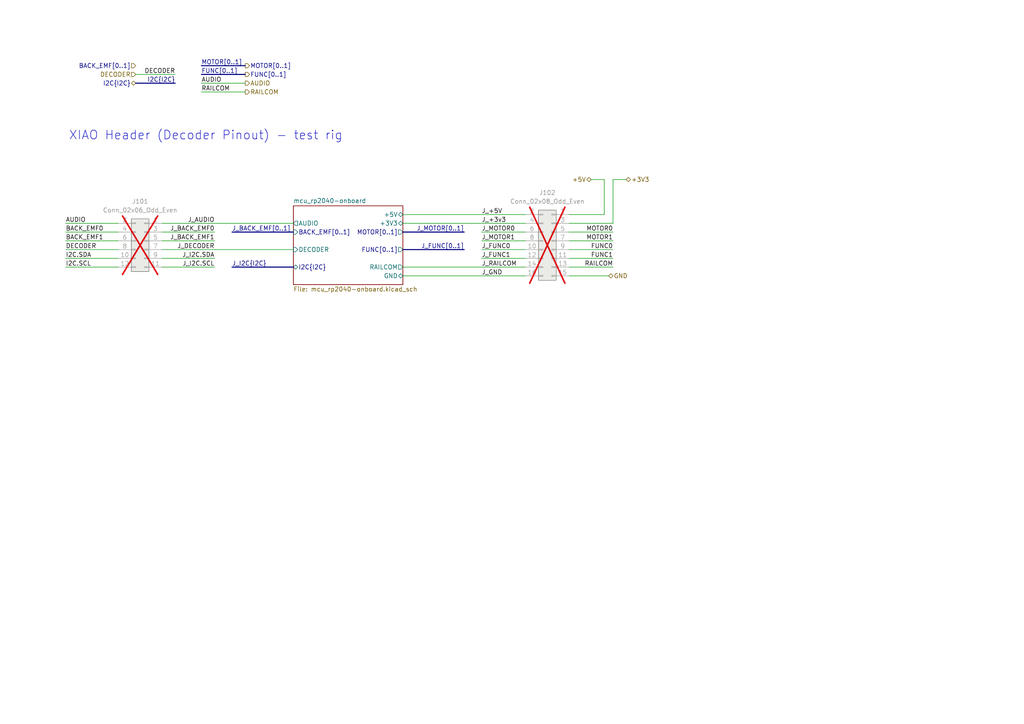
<source format=kicad_sch>
(kicad_sch (version 20231120) (generator "eeschema") (generator_version "8.0")
  (paper "A4")
  (title_block (title "xDuinoRail - LocDecoder - Development Kit") (date "2024-10-09") (rev "v0.2") (company "Chatelain Engineering, Bern - CH"))
  (lib_symbols
    (symbol "Connector_Generic:Conn_02x06_Odd_Even" (pin_names (offset 1.016) hide)
      (property "Reference" "J" (at 1.27 7.62 0))
      (property "Value" "Conn_02x06_Odd_Even" (at 1.27 -10.16 0))
      (symbol "Conn_02x06_Odd_Even_1_1"
        (rectangle (start -1.27 -7.493) (end 0 -7.747) (stroke (width 0.1524)))
        (rectangle (start -1.27 -4.953) (end 0 -5.207) (stroke (width 0.1524)))
        (rectangle (start -1.27 -2.413) (end 0 -2.667) (stroke (width 0.1524)))
        (rectangle (start -1.27 0.127) (end 0 -0.127) (stroke (width 0.1524)))
        (rectangle (start -1.27 2.667) (end 0 2.413) (stroke (width 0.1524)))
        (rectangle (start -1.27 5.207) (end 0 4.953) (stroke (width 0.1524)))
        (rectangle (start -1.27 6.35) (end 3.81 -8.89) (stroke (width 0.254)) (fill (type background)))
        (rectangle (start 3.81 -7.493) (end 2.54 -7.747) (stroke (width 0.1524)))
        (rectangle (start 3.81 -4.953) (end 2.54 -5.207) (stroke (width 0.1524)))
        (rectangle (start 3.81 -2.413) (end 2.54 -2.667) (stroke (width 0.1524)))
        (rectangle (start 3.81 0.127) (end 2.54 -0.127) (stroke (width 0.1524)))
        (rectangle (start 3.81 2.667) (end 2.54 2.413) (stroke (width 0.1524)))
        (rectangle (start 3.81 5.207) (end 2.54 4.953) (stroke (width 0.1524)))
        (pin passive line (at -5.08 5.08 0) (length 3.81) (name "Pin_1") (number "1"))
        (pin passive line (at 7.62 -5.08 180) (length 3.81) (name "Pin_10") (number "10"))
        (pin passive line (at -5.08 -7.62 0) (length 3.81) (name "Pin_11") (number "11"))
        (pin passive line (at 7.62 -7.62 180) (length 3.81) (name "Pin_12") (number "12"))
        (pin passive line (at 7.62 5.08 180) (length 3.81) (name "Pin_2") (number "2"))
        (pin passive line (at -5.08 2.54 0) (length 3.81) (name "Pin_3") (number "3"))
        (pin passive line (at 7.62 2.54 180) (length 3.81) (name "Pin_4") (number "4"))
        (pin passive line (at -5.08 0 0) (length 3.81) (name "Pin_5") (number "5"))
        (pin passive line (at 7.62 0 180) (length 3.81) (name "Pin_6") (number "6"))
        (pin passive line (at -5.08 -2.54 0) (length 3.81) (name "Pin_7") (number "7"))
        (pin passive line (at 7.62 -2.54 180) (length 3.81) (name "Pin_8") (number "8"))
        (pin passive line (at -5.08 -5.08 0) (length 3.81) (name "Pin_9") (number "9"))
      )
    )
    (symbol "Connector_Generic:Conn_02x08_Odd_Even" (pin_names (offset 1.016) hide)
      (property "Reference" "J" (at 1.27 10.16 0))
      (property "Value" "Conn_02x08_Odd_Even" (at 1.27 -12.7 0))
      (symbol "Conn_02x08_Odd_Even_1_1"
        (rectangle (start -1.27 -10.033) (end 0 -10.287) (stroke (width 0.1524)))
        (rectangle (start -1.27 -7.493) (end 0 -7.747) (stroke (width 0.1524)))
        (rectangle (start -1.27 -4.953) (end 0 -5.207) (stroke (width 0.1524)))
        (rectangle (start -1.27 -2.413) (end 0 -2.667) (stroke (width 0.1524)))
        (rectangle (start -1.27 0.127) (end 0 -0.127) (stroke (width 0.1524)))
        (rectangle (start -1.27 2.667) (end 0 2.413) (stroke (width 0.1524)))
        (rectangle (start -1.27 5.207) (end 0 4.953) (stroke (width 0.1524)))
        (rectangle (start -1.27 7.747) (end 0 7.493) (stroke (width 0.1524)))
        (rectangle (start -1.27 8.89) (end 3.81 -11.43) (stroke (width 0.254)) (fill (type background)))
        (rectangle (start 3.81 -10.033) (end 2.54 -10.287) (stroke (width 0.1524)))
        (rectangle (start 3.81 -7.493) (end 2.54 -7.747) (stroke (width 0.1524)))
        (rectangle (start 3.81 -4.953) (end 2.54 -5.207) (stroke (width 0.1524)))
        (rectangle (start 3.81 -2.413) (end 2.54 -2.667) (stroke (width 0.1524)))
        (rectangle (start 3.81 0.127) (end 2.54 -0.127) (stroke (width 0.1524)))
        (rectangle (start 3.81 2.667) (end 2.54 2.413) (stroke (width 0.1524)))
        (rectangle (start 3.81 5.207) (end 2.54 4.953) (stroke (width 0.1524)))
        (rectangle (start 3.81 7.747) (end 2.54 7.493) (stroke (width 0.1524)))
        (pin passive line (at -5.08 7.62 0) (length 3.81) (name "Pin_1") (number "1"))
        (pin passive line (at 7.62 -2.54 180) (length 3.81) (name "Pin_10") (number "10"))
        (pin passive line (at -5.08 -5.08 0) (length 3.81) (name "Pin_11") (number "11"))
        (pin passive line (at 7.62 -5.08 180) (length 3.81) (name "Pin_12") (number "12"))
        (pin passive line (at -5.08 -7.62 0) (length 3.81) (name "Pin_13") (number "13"))
        (pin passive line (at 7.62 -7.62 180) (length 3.81) (name "Pin_14") (number "14"))
        (pin passive line (at -5.08 -10.16 0) (length 3.81) (name "Pin_15") (number "15"))
        (pin passive line (at 7.62 -10.16 180) (length 3.81) (name "Pin_16") (number "16"))
        (pin passive line (at 7.62 7.62 180) (length 3.81) (name "Pin_2") (number "2"))
        (pin passive line (at -5.08 5.08 0) (length 3.81) (name "Pin_3") (number "3"))
        (pin passive line (at 7.62 5.08 180) (length 3.81) (name "Pin_4") (number "4"))
        (pin passive line (at -5.08 2.54 0) (length 3.81) (name "Pin_5") (number "5"))
        (pin passive line (at 7.62 2.54 180) (length 3.81) (name "Pin_6") (number "6"))
        (pin passive line (at -5.08 0 0) (length 3.81) (name "Pin_7") (number "7"))
        (pin passive line (at 7.62 0 180) (length 3.81) (name "Pin_8") (number "8"))
        (pin passive line (at -5.08 -2.54 0) (length 3.81) (name "Pin_9") (number "9"))
      )
    )
  )
  (bus_alias "I2C" (members "SDA" "SCL"))
  (wire (pts (xy 19.05 64.77) (xy 34.29 64.77)))
  (wire (pts (xy 116.84 62.23) (xy 152.4 62.23)))
  (wire (pts (xy 116.84 64.77) (xy 152.4 64.77)))
  (bus (pts (xy 134.62 72.39) (xy 116.84 72.39)))
  (wire (pts (xy 165.1 64.77) (xy 177.8 64.77)))
  (wire (pts (xy 39.37 21.59) (xy 50.8 21.59)))
  (bus (pts (xy 67.31 67.31) (xy 85.09 67.31)))
  (wire (pts (xy 165.1 67.31) (xy 177.8 67.31)))
  (wire (pts (xy 165.1 80.01) (xy 176.53 80.01)))
  (wire (pts (xy 139.7 67.31) (xy 152.4 67.31)))
  (wire (pts (xy 116.84 77.47) (xy 152.4 77.47)))
  (wire (pts (xy 62.23 77.47) (xy 46.99 77.47)))
  (wire (pts (xy 46.99 69.85) (xy 62.23 69.85)))
  (wire (pts (xy 177.8 52.07) (xy 181.61 52.07)))
  (bus (pts (xy 58.42 21.59) (xy 71.12 21.59)))
  (wire (pts (xy 19.05 72.39) (xy 34.29 72.39)))
  (wire (pts (xy 71.12 24.13) (xy 58.42 24.13)))
  (wire (pts (xy 139.7 72.39) (xy 152.4 72.39)))
  (wire (pts (xy 165.1 62.23) (xy 175.26 62.23)))
  (wire (pts (xy 175.26 52.07) (xy 171.45 52.07)))
  (bus (pts (xy 67.31 77.47) (xy 85.09 77.47)))
  (wire (pts (xy 139.7 69.85) (xy 152.4 69.85)))
  (wire (pts (xy 165.1 72.39) (xy 177.8 72.39)))
  (wire (pts (xy 177.8 52.07) (xy 177.8 64.77)))
  (wire (pts (xy 62.23 67.31) (xy 46.99 67.31)))
  (wire (pts (xy 19.05 69.85) (xy 34.29 69.85)))
  (wire (pts (xy 165.1 69.85) (xy 177.8 69.85)))
  (wire (pts (xy 19.05 77.47) (xy 34.29 77.47)))
  (wire (pts (xy 46.99 72.39) (xy 85.09 72.39)))
  (wire (pts (xy 71.12 26.67) (xy 58.42 26.67)))
  (bus (pts (xy 58.42 19.05) (xy 71.12 19.05)))
  (wire (pts (xy 139.7 74.93) (xy 152.4 74.93)))
  (wire (pts (xy 175.26 52.07) (xy 175.26 62.23)))
  (wire (pts (xy 116.84 80.01) (xy 152.4 80.01)))
  (bus (pts (xy 134.62 67.31) (xy 116.84 67.31)))
  (wire (pts (xy 19.05 74.93) (xy 34.29 74.93)))
  (wire (pts (xy 19.05 67.31) (xy 34.29 67.31)))
  (wire (pts (xy 62.23 74.93) (xy 46.99 74.93)))
  (wire (pts (xy 46.99 64.77) (xy 85.09 64.77)))
  (wire (pts (xy 165.1 77.47) (xy 177.8 77.47)))
  (bus (pts (xy 39.37 24.13) (xy 50.8 24.13)))
  (wire (pts (xy 165.1 74.93) (xy 177.8 74.93)))
  (text "XIAO Header (Decoder Pinout) - test rig" (at 59.69 39.37 0) (effects (font (size 2.54 2.54))))
  (label "J_FUNC[0..1]" (at 134.62 72.39 180))
  (label "MOTOR0" (at 177.8 67.31 180))
  (label "J_RAILCOM" (at 139.7 77.47 0))
  (label "RAILCOM" (at 177.8 77.47 180))
  (label "AUDIO" (at 19.05 64.77 0))
  (label "I2C.SCL" (at 19.05 77.47 0))
  (label "J_FUNC1" (at 139.7 74.93 0))
  (label "MOTOR[0..1]" (at 58.42 19.05 0))
  (label "BACK_EMF1" (at 19.05 69.85 0))
  (label "FUNC1" (at 177.8 74.93 180))
  (label "J_FUNC0" (at 139.7 72.39 0))
  (label "J_+5V" (at 139.7 62.23 0))
  (label "MOTOR1" (at 177.8 69.85 180))
  (label "J_DECODER" (at 62.23 72.39 180))
  (label "J_+3v3" (at 139.7 64.77 0))
  (label "J_BACK_EMF[0..1]" (at 67.31 67.31 0))
  (label "FUNC[0..1]" (at 58.42 21.59 0))
  (label "I2C.SDA" (at 19.05 74.93 0))
  (label "FUNC0" (at 177.8 72.39 180))
  (label "J_MOTOR1" (at 139.7 69.85 0))
  (label "RAILCOM" (at 58.42 26.67 0))
  (label "J_MOTOR[0..1]" (at 134.62 67.31 180))
  (label "J_BACK_EMF1" (at 62.23 69.85 180))
  (label "J_GND" (at 139.7 80.01 0))
  (label "J_I2C.SCL" (at 62.23 77.47 180))
  (label "J_AUDIO" (at 62.23 64.77 180))
  (label "DECODER" (at 19.05 72.39 0))
  (label "DECODER" (at 50.8 21.59 180))
  (label "J_I2C{I2C}" (at 67.31 77.47 0))
  (label "J_BACK_EMF0" (at 62.23 67.31 180))
  (label "J_I2C.SDA" (at 62.23 74.93 180))
  (label "BACK_EMF0" (at 19.05 67.31 0))
  (label "I2C{I2C}" (at 50.8 24.13 180))
  (label "AUDIO" (at 58.42 24.13 0))
  (label "J_MOTOR0" (at 139.7 67.31 0))
  (hierarchical_label "+5V" (shape bidirectional) (at 171.45 52.07 180))
  (hierarchical_label "BACK_EMF[0..1]" (shape input) (at 39.37 19.05 180))
  (hierarchical_label "RAILCOM" (shape output) (at 71.12 26.67 0))
  (hierarchical_label "DECODER" (shape input) (at 39.37 21.59 180))
  (hierarchical_label "MOTOR[0..1]" (shape output) (at 71.12 19.05 0))
  (hierarchical_label "AUDIO" (shape output) (at 71.12 24.13 0))
  (hierarchical_label "GND" (shape bidirectional) (at 176.53 80.01 0))
  (hierarchical_label "+3V3" (shape bidirectional) (at 181.61 52.07 0))
  (hierarchical_label "I2C{I2C}" (shape bidirectional) (at 39.37 24.13 180))
  (hierarchical_label "FUNC[0..1]" (shape output) (at 71.12 21.59 0))
  (symbol (lib_id "Connector_Generic:Conn_02x06_Odd_Even") (at 41.91 69.85 0) (mirror y) (unit 1) (exclude_from_sim yes) (in_bom no) (dnp yes)
    (property "Reference" "J101" (at 40.64 58.42 0))
    (property "Value" "Conn_02x06_Odd_Even" (at 40.64 60.96 0))
    (property "Footprint" "Connector_PinSocket_2.54mm:PinSocket_2x06_P2.54mm_Vertical" (effects (hide yes)))
    (property "Description" "Generic connector, double row, 02x06, odd/even pin numbering scheme (row 1 odd numbers, row 2 even numbers), script generated (kicad-library-utils/schlib/autogen/connector/)" (effects (hide yes)))
  )
  (symbol (lib_id "Connector_Generic:Conn_02x08_Odd_Even") (at 160.02 69.85 0) (mirror y) (unit 1) (exclude_from_sim yes) (in_bom no) (dnp yes)
    (property "Reference" "J102" (at 158.75 55.88 0))
    (property "Value" "Conn_02x08_Odd_Even" (at 158.75 58.42 0))
    (property "Footprint" "Connector_PinSocket_2.54mm:PinSocket_2x08_P2.54mm_Vertical" (effects (hide yes)))
    (property "Description" "Generic connector, double row, 02x08, odd/even pin numbering scheme (row 1 odd numbers, row 2 even numbers), script generated (kicad-library-utils/schlib/autogen/connector/)" (effects (hide yes)))
  )
  (sheet (at 85.09 59.69) (size 31.75 22.86) (stroke (width 0.1524))
    (property "Sheetname" "mcu_rp2040-onboard" (at 85.09 58.9784 0) (effects (justify left bottom)))
    (property "Sheetfile" "mcu_rp2040-onboard.kicad_sch" (at 85.09 83.1346 0) (effects (justify left top)))
    (pin "GND" bidirectional (at 116.84 80.01 0))
    (pin "+5V" bidirectional (at 116.84 62.23 0))
    (pin "I2C{I2C}" bidirectional (at 85.09 77.47 180))
    (pin "BACK_EMF[0..1]" input (at 85.09 67.31 180))
    (pin "DECODER" input (at 85.09 72.39 180))
    (pin "RAILCOM" output (at 116.84 77.47 0))
    (pin "MOTOR[0..1]" output (at 116.84 67.31 0))
    (pin "AUDIO" output (at 85.09 64.77 180))
    (pin "FUNC[0..1]" output (at 116.84 72.39 0))
    (pin "+3V3" bidirectional (at 116.84 64.77 0))
  )
)
</source>
